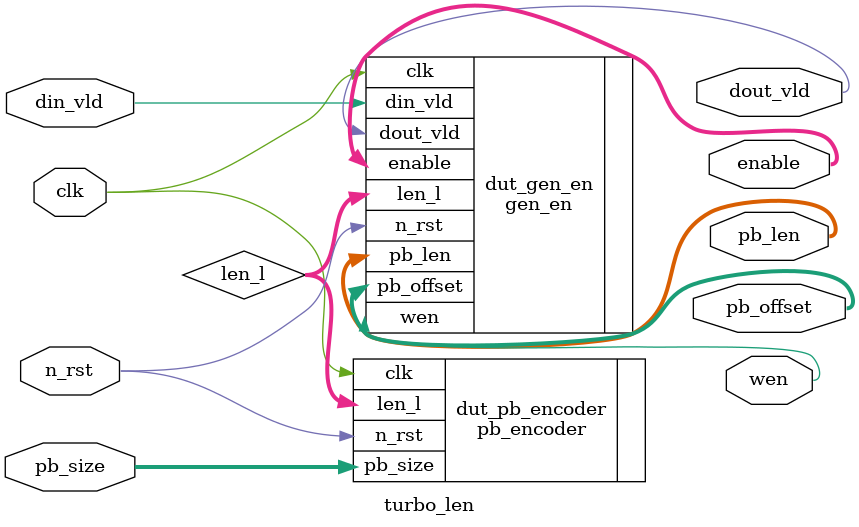
<source format=v>
`timescale 1ps/1ps

module turbo_len (
    input clk,
    input n_rst,
    input din_vld,
    input [1:0] pb_size,
    output [11:0] enable,
    output [11:0] pb_offset,
    output [11:0] pb_len,
    output wen,
    output dout_vld
);
    wire [11:0] len_l;

    pb_encoder dut_pb_encoder(
        .clk(clk),
        .n_rst(n_rst),
        .pb_size(pb_size),
        .len_l(len_l)
    );

    gen_en dut_gen_en(
        .clk(clk),
        .n_rst(n_rst),
        .din_vld(din_vld),
        .len_l(len_l),
        .enable(enable),
        .wen(wen),
        .pb_offset(pb_offset),
        .pb_len(pb_len),
        .dout_vld(dout_vld)
    );

endmodule
</source>
